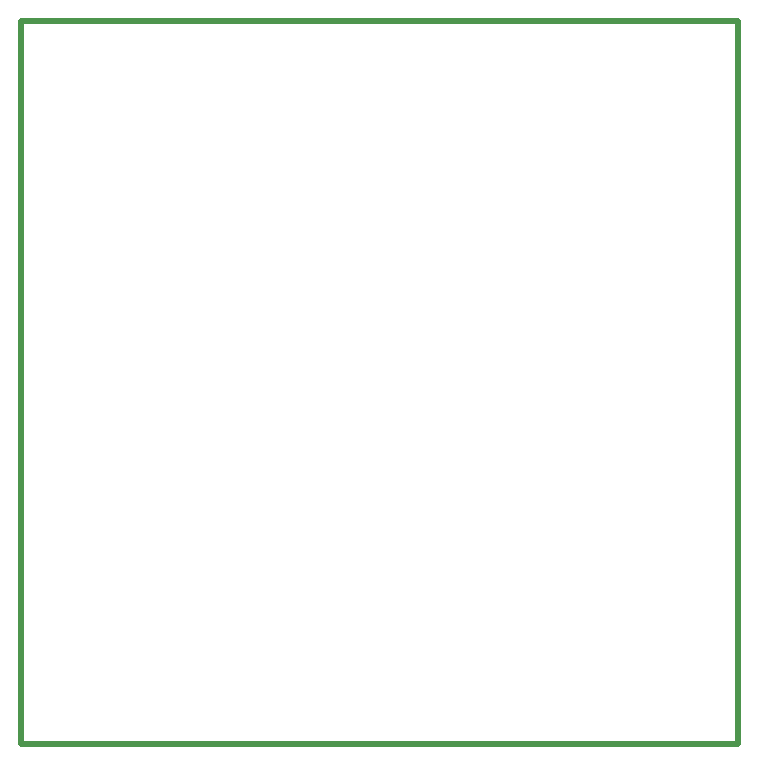
<source format=gko>
%FSLAX33Y33*%
%MOMM*%
%ADD10C,0.508*%
D10*
%LNpath-0*%
G01*
X-30480Y30480D02*
X-30480Y-30734D01*
X30226Y-30734*
X30226Y30480*
X-30480Y30480*
%LNpath-0*%
X-30480Y-30734*
X30226Y-30734*
X30226Y30480*
X-30480Y30480*
%LNmechanical details_traces*%
M02*
</source>
